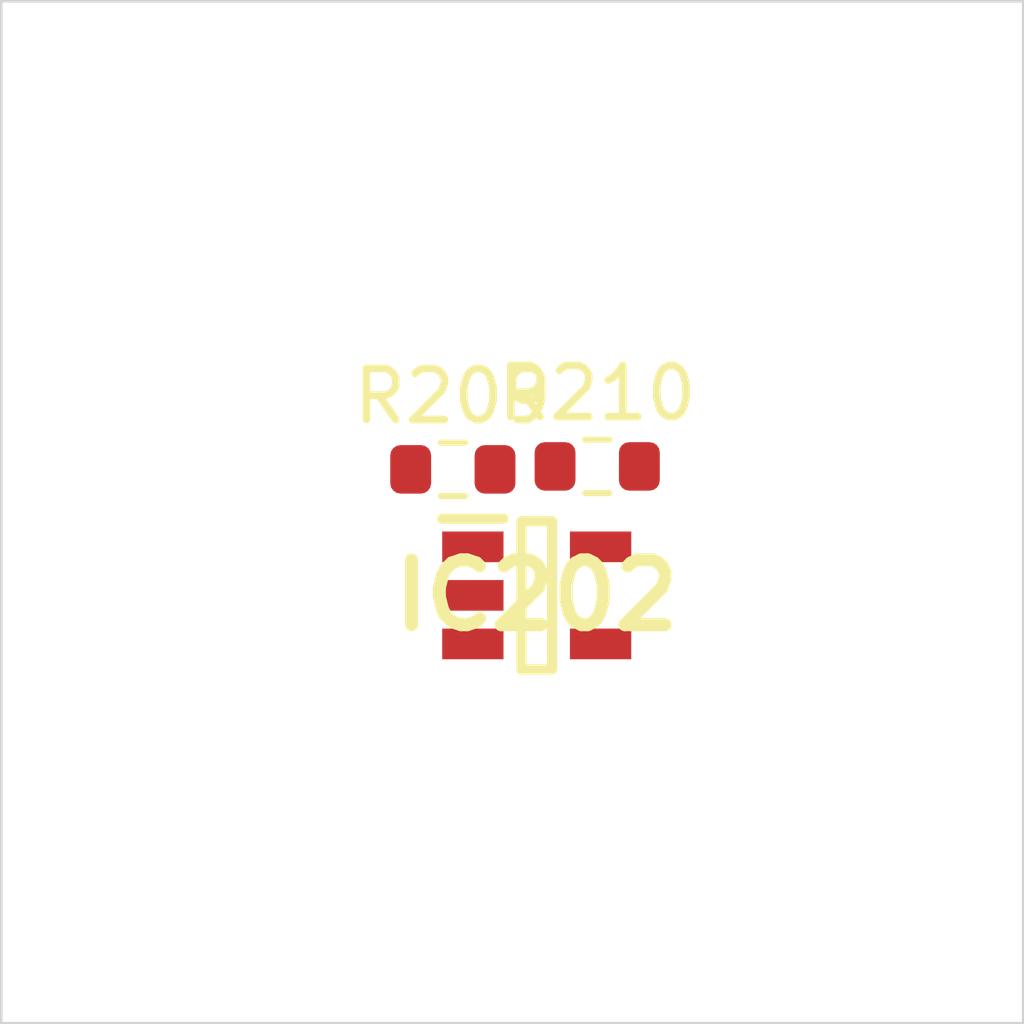
<source format=kicad_pcb>
 ( kicad_pcb  ( version 20171130 )
 ( host pcbnew 5.1.12-84ad8e8a86~92~ubuntu18.04.1 )
 ( general  ( thickness 1.6 )
 ( drawings 4 )
 ( tracks 0 )
 ( zones 0 )
 ( modules 3 )
 ( nets 5 )
)
 ( page A4 )
 ( layers  ( 0 F.Cu signal )
 ( 31 B.Cu signal )
 ( 32 B.Adhes user )
 ( 33 F.Adhes user )
 ( 34 B.Paste user )
 ( 35 F.Paste user )
 ( 36 B.SilkS user )
 ( 37 F.SilkS user )
 ( 38 B.Mask user )
 ( 39 F.Mask user )
 ( 40 Dwgs.User user )
 ( 41 Cmts.User user )
 ( 42 Eco1.User user )
 ( 43 Eco2.User user )
 ( 44 Edge.Cuts user )
 ( 45 Margin user )
 ( 46 B.CrtYd user )
 ( 47 F.CrtYd user )
 ( 48 B.Fab user )
 ( 49 F.Fab user )
)
 ( setup  ( last_trace_width 0.25 )
 ( trace_clearance 0.2 )
 ( zone_clearance 0.508 )
 ( zone_45_only no )
 ( trace_min 0.2 )
 ( via_size 0.8 )
 ( via_drill 0.4 )
 ( via_min_size 0.4 )
 ( via_min_drill 0.3 )
 ( uvia_size 0.3 )
 ( uvia_drill 0.1 )
 ( uvias_allowed no )
 ( uvia_min_size 0.2 )
 ( uvia_min_drill 0.1 )
 ( edge_width 0.05 )
 ( segment_width 0.2 )
 ( pcb_text_width 0.3 )
 ( pcb_text_size 1.5 1.5 )
 ( mod_edge_width 0.12 )
 ( mod_text_size 1 1 )
 ( mod_text_width 0.15 )
 ( pad_size 1.524 1.524 )
 ( pad_drill 0.762 )
 ( pad_to_mask_clearance 0 )
 ( aux_axis_origin 0 0 )
 ( visible_elements FFFFFF7F )
 ( pcbplotparams  ( layerselection 0x010fc_ffffffff )
 ( usegerberextensions false )
 ( usegerberattributes true )
 ( usegerberadvancedattributes true )
 ( creategerberjobfile true )
 ( excludeedgelayer true )
 ( linewidth 0.100000 )
 ( plotframeref false )
 ( viasonmask false )
 ( mode 1 )
 ( useauxorigin false )
 ( hpglpennumber 1 )
 ( hpglpenspeed 20 )
 ( hpglpendiameter 15.000000 )
 ( psnegative false )
 ( psa4output false )
 ( plotreference true )
 ( plotvalue true )
 ( plotinvisibletext false )
 ( padsonsilk false )
 ( subtractmaskfromsilk false )
 ( outputformat 1 )
 ( mirror false )
 ( drillshape 1 )
 ( scaleselection 1 )
 ( outputdirectory "" )
)
)
 ( net 0 "" )
 ( net 1 GND )
 ( net 2 VDDA )
 ( net 3 /Sheet6235D886/vp )
 ( net 4 "Net-(IC202-Pad3)" )
 ( net_class Default "This is the default net class."  ( clearance 0.2 )
 ( trace_width 0.25 )
 ( via_dia 0.8 )
 ( via_drill 0.4 )
 ( uvia_dia 0.3 )
 ( uvia_drill 0.1 )
 ( add_net /Sheet6235D886/vp )
 ( add_net GND )
 ( add_net "Net-(IC202-Pad3)" )
 ( add_net VDDA )
)
 ( module SOT95P280X145-5N locked  ( layer F.Cu )
 ( tedit 62336ED7 )
 ( tstamp 623423ED )
 ( at 90.479100 111.627000 )
 ( descr DBV0005A )
 ( tags "Integrated Circuit" )
 ( path /6235D887/6266C08E )
 ( attr smd )
 ( fp_text reference IC202  ( at 0 0 )
 ( layer F.SilkS )
 ( effects  ( font  ( size 1.27 1.27 )
 ( thickness 0.254 )
)
)
)
 ( fp_text value TL071HIDBVR  ( at 0 0 )
 ( layer F.SilkS )
hide  ( effects  ( font  ( size 1.27 1.27 )
 ( thickness 0.254 )
)
)
)
 ( fp_line  ( start -1.85 -1.5 )
 ( end -0.65 -1.5 )
 ( layer F.SilkS )
 ( width 0.2 )
)
 ( fp_line  ( start -0.3 1.45 )
 ( end -0.3 -1.45 )
 ( layer F.SilkS )
 ( width 0.2 )
)
 ( fp_line  ( start 0.3 1.45 )
 ( end -0.3 1.45 )
 ( layer F.SilkS )
 ( width 0.2 )
)
 ( fp_line  ( start 0.3 -1.45 )
 ( end 0.3 1.45 )
 ( layer F.SilkS )
 ( width 0.2 )
)
 ( fp_line  ( start -0.3 -1.45 )
 ( end 0.3 -1.45 )
 ( layer F.SilkS )
 ( width 0.2 )
)
 ( fp_line  ( start -0.8 -0.5 )
 ( end 0.15 -1.45 )
 ( layer Dwgs.User )
 ( width 0.1 )
)
 ( fp_line  ( start -0.8 1.45 )
 ( end -0.8 -1.45 )
 ( layer Dwgs.User )
 ( width 0.1 )
)
 ( fp_line  ( start 0.8 1.45 )
 ( end -0.8 1.45 )
 ( layer Dwgs.User )
 ( width 0.1 )
)
 ( fp_line  ( start 0.8 -1.45 )
 ( end 0.8 1.45 )
 ( layer Dwgs.User )
 ( width 0.1 )
)
 ( fp_line  ( start -0.8 -1.45 )
 ( end 0.8 -1.45 )
 ( layer Dwgs.User )
 ( width 0.1 )
)
 ( fp_line  ( start -2.1 1.775 )
 ( end -2.1 -1.775 )
 ( layer Dwgs.User )
 ( width 0.05 )
)
 ( fp_line  ( start 2.1 1.775 )
 ( end -2.1 1.775 )
 ( layer Dwgs.User )
 ( width 0.05 )
)
 ( fp_line  ( start 2.1 -1.775 )
 ( end 2.1 1.775 )
 ( layer Dwgs.User )
 ( width 0.05 )
)
 ( fp_line  ( start -2.1 -1.775 )
 ( end 2.1 -1.775 )
 ( layer Dwgs.User )
 ( width 0.05 )
)
 ( pad 1 smd rect  ( at -1.25 -0.95 90.000000 )
 ( size 0.6 1.2 )
 ( layers F.Cu F.Mask F.Paste )
 ( net 3 /Sheet6235D886/vp )
)
 ( pad 2 smd rect  ( at -1.25 0 90.000000 )
 ( size 0.6 1.2 )
 ( layers F.Cu F.Mask F.Paste )
 ( net 1 GND )
)
 ( pad 3 smd rect  ( at -1.25 0.95 90.000000 )
 ( size 0.6 1.2 )
 ( layers F.Cu F.Mask F.Paste )
 ( net 4 "Net-(IC202-Pad3)" )
)
 ( pad 4 smd rect  ( at 1.25 0.95 90.000000 )
 ( size 0.6 1.2 )
 ( layers F.Cu F.Mask F.Paste )
 ( net 3 /Sheet6235D886/vp )
)
 ( pad 5 smd rect  ( at 1.25 -0.95 90.000000 )
 ( size 0.6 1.2 )
 ( layers F.Cu F.Mask F.Paste )
 ( net 2 VDDA )
)
)
 ( module Resistor_SMD:R_0603_1608Metric  ( layer F.Cu )
 ( tedit 5F68FEEE )
 ( tstamp 62342595 )
 ( at 88.837800 109.161000 )
 ( descr "Resistor SMD 0603 (1608 Metric), square (rectangular) end terminal, IPC_7351 nominal, (Body size source: IPC-SM-782 page 72, https://www.pcb-3d.com/wordpress/wp-content/uploads/ipc-sm-782a_amendment_1_and_2.pdf), generated with kicad-footprint-generator" )
 ( tags resistor )
 ( path /6235D887/623CDBD9 )
 ( attr smd )
 ( fp_text reference R209  ( at 0 -1.43 )
 ( layer F.SilkS )
 ( effects  ( font  ( size 1 1 )
 ( thickness 0.15 )
)
)
)
 ( fp_text value 100k  ( at 0 1.43 )
 ( layer F.Fab )
 ( effects  ( font  ( size 1 1 )
 ( thickness 0.15 )
)
)
)
 ( fp_line  ( start -0.8 0.4125 )
 ( end -0.8 -0.4125 )
 ( layer F.Fab )
 ( width 0.1 )
)
 ( fp_line  ( start -0.8 -0.4125 )
 ( end 0.8 -0.4125 )
 ( layer F.Fab )
 ( width 0.1 )
)
 ( fp_line  ( start 0.8 -0.4125 )
 ( end 0.8 0.4125 )
 ( layer F.Fab )
 ( width 0.1 )
)
 ( fp_line  ( start 0.8 0.4125 )
 ( end -0.8 0.4125 )
 ( layer F.Fab )
 ( width 0.1 )
)
 ( fp_line  ( start -0.237258 -0.5225 )
 ( end 0.237258 -0.5225 )
 ( layer F.SilkS )
 ( width 0.12 )
)
 ( fp_line  ( start -0.237258 0.5225 )
 ( end 0.237258 0.5225 )
 ( layer F.SilkS )
 ( width 0.12 )
)
 ( fp_line  ( start -1.48 0.73 )
 ( end -1.48 -0.73 )
 ( layer F.CrtYd )
 ( width 0.05 )
)
 ( fp_line  ( start -1.48 -0.73 )
 ( end 1.48 -0.73 )
 ( layer F.CrtYd )
 ( width 0.05 )
)
 ( fp_line  ( start 1.48 -0.73 )
 ( end 1.48 0.73 )
 ( layer F.CrtYd )
 ( width 0.05 )
)
 ( fp_line  ( start 1.48 0.73 )
 ( end -1.48 0.73 )
 ( layer F.CrtYd )
 ( width 0.05 )
)
 ( fp_text user %R  ( at 0 0 )
 ( layer F.Fab )
 ( effects  ( font  ( size 0.4 0.4 )
 ( thickness 0.06 )
)
)
)
 ( pad 1 smd roundrect  ( at -0.825 0 )
 ( size 0.8 0.95 )
 ( layers F.Cu F.Mask F.Paste )
 ( roundrect_rratio 0.25 )
 ( net 2 VDDA )
)
 ( pad 2 smd roundrect  ( at 0.825 0 )
 ( size 0.8 0.95 )
 ( layers F.Cu F.Mask F.Paste )
 ( roundrect_rratio 0.25 )
 ( net 4 "Net-(IC202-Pad3)" )
)
 ( model ${KISYS3DMOD}/Resistor_SMD.3dshapes/R_0603_1608Metric.wrl  ( at  ( xyz 0 0 0 )
)
 ( scale  ( xyz 1 1 1 )
)
 ( rotate  ( xyz 0 0 0 )
)
)
)
 ( module Resistor_SMD:R_0603_1608Metric  ( layer F.Cu )
 ( tedit 5F68FEEE )
 ( tstamp 623425A6 )
 ( at 91.663000 109.103000 )
 ( descr "Resistor SMD 0603 (1608 Metric), square (rectangular) end terminal, IPC_7351 nominal, (Body size source: IPC-SM-782 page 72, https://www.pcb-3d.com/wordpress/wp-content/uploads/ipc-sm-782a_amendment_1_and_2.pdf), generated with kicad-footprint-generator" )
 ( tags resistor )
 ( path /6235D887/623CDBDF )
 ( attr smd )
 ( fp_text reference R210  ( at 0 -1.43 )
 ( layer F.SilkS )
 ( effects  ( font  ( size 1 1 )
 ( thickness 0.15 )
)
)
)
 ( fp_text value 100k  ( at 0 1.43 )
 ( layer F.Fab )
 ( effects  ( font  ( size 1 1 )
 ( thickness 0.15 )
)
)
)
 ( fp_line  ( start 1.48 0.73 )
 ( end -1.48 0.73 )
 ( layer F.CrtYd )
 ( width 0.05 )
)
 ( fp_line  ( start 1.48 -0.73 )
 ( end 1.48 0.73 )
 ( layer F.CrtYd )
 ( width 0.05 )
)
 ( fp_line  ( start -1.48 -0.73 )
 ( end 1.48 -0.73 )
 ( layer F.CrtYd )
 ( width 0.05 )
)
 ( fp_line  ( start -1.48 0.73 )
 ( end -1.48 -0.73 )
 ( layer F.CrtYd )
 ( width 0.05 )
)
 ( fp_line  ( start -0.237258 0.5225 )
 ( end 0.237258 0.5225 )
 ( layer F.SilkS )
 ( width 0.12 )
)
 ( fp_line  ( start -0.237258 -0.5225 )
 ( end 0.237258 -0.5225 )
 ( layer F.SilkS )
 ( width 0.12 )
)
 ( fp_line  ( start 0.8 0.4125 )
 ( end -0.8 0.4125 )
 ( layer F.Fab )
 ( width 0.1 )
)
 ( fp_line  ( start 0.8 -0.4125 )
 ( end 0.8 0.4125 )
 ( layer F.Fab )
 ( width 0.1 )
)
 ( fp_line  ( start -0.8 -0.4125 )
 ( end 0.8 -0.4125 )
 ( layer F.Fab )
 ( width 0.1 )
)
 ( fp_line  ( start -0.8 0.4125 )
 ( end -0.8 -0.4125 )
 ( layer F.Fab )
 ( width 0.1 )
)
 ( fp_text user %R  ( at 0 0 )
 ( layer F.Fab )
 ( effects  ( font  ( size 0.4 0.4 )
 ( thickness 0.06 )
)
)
)
 ( pad 2 smd roundrect  ( at 0.825 0 )
 ( size 0.8 0.95 )
 ( layers F.Cu F.Mask F.Paste )
 ( roundrect_rratio 0.25 )
 ( net 1 GND )
)
 ( pad 1 smd roundrect  ( at -0.825 0 )
 ( size 0.8 0.95 )
 ( layers F.Cu F.Mask F.Paste )
 ( roundrect_rratio 0.25 )
 ( net 4 "Net-(IC202-Pad3)" )
)
 ( model ${KISYS3DMOD}/Resistor_SMD.3dshapes/R_0603_1608Metric.wrl  ( at  ( xyz 0 0 0 )
)
 ( scale  ( xyz 1 1 1 )
)
 ( rotate  ( xyz 0 0 0 )
)
)
)
 ( gr_line  ( start 100 100 )
 ( end 100 120 )
 ( layer Edge.Cuts )
 ( width 0.05 )
 ( tstamp 62E770C4 )
)
 ( gr_line  ( start 80 120 )
 ( end 100 120 )
 ( layer Edge.Cuts )
 ( width 0.05 )
 ( tstamp 62E770C0 )
)
 ( gr_line  ( start 80 100 )
 ( end 100 100 )
 ( layer Edge.Cuts )
 ( width 0.05 )
 ( tstamp 6234110C )
)
 ( gr_line  ( start 80 100 )
 ( end 80 120 )
 ( layer Edge.Cuts )
 ( width 0.05 )
)
)

</source>
